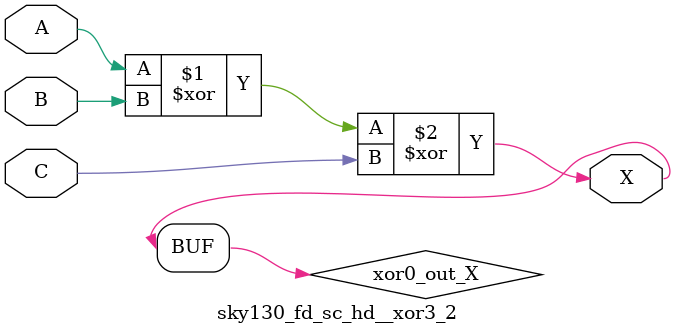
<source format=v>
/*
 * Copyright 2020 The SkyWater PDK Authors
 *
 * Licensed under the Apache License, Version 2.0 (the "License");
 * you may not use this file except in compliance with the License.
 * You may obtain a copy of the License at
 *
 *     https://www.apache.org/licenses/LICENSE-2.0
 *
 * Unless required by applicable law or agreed to in writing, software
 * distributed under the License is distributed on an "AS IS" BASIS,
 * WITHOUT WARRANTIES OR CONDITIONS OF ANY KIND, either express or implied.
 * See the License for the specific language governing permissions and
 * limitations under the License.
 *
 * SPDX-License-Identifier: Apache-2.0
*/


`ifndef SKY130_FD_SC_HD__XOR3_2_FUNCTIONAL_V
`define SKY130_FD_SC_HD__XOR3_2_FUNCTIONAL_V

/**
 * xor3: 3-input exclusive OR.
 *
 *       X = A ^ B ^ C
 *
 * Verilog simulation functional model.
 */

`timescale 1ns / 1ps
`default_nettype none

`celldefine
module sky130_fd_sc_hd__xor3_2 (
    X,
    A,
    B,
    C
);

    // Module ports
    output X;
    input  A;
    input  B;
    input  C;

    // Local signals
    wire xor0_out_X;

    //  Name  Output      Other arguments
    xor xor0 (xor0_out_X, A, B, C        );
    buf buf0 (X         , xor0_out_X     );

endmodule
`endcelldefine

`default_nettype wire
`endif  // SKY130_FD_SC_HD__XOR3_2_FUNCTIONAL_V

</source>
